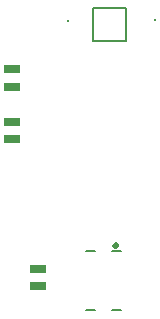
<source format=gbo>
G75*
%MOIN*%
%OFA0B0*%
%FSLAX25Y25*%
%IPPOS*%
%LPD*%
%AMOC8*
5,1,8,0,0,1.08239X$1,22.5*
%
%ADD10R,0.00787X0.00787*%
%ADD11R,0.05512X0.02559*%
%ADD12C,0.00500*%
%ADD13C,0.00800*%
%ADD14C,0.00984*%
D10*
X0067999Y0215154D03*
X0097133Y0215390D03*
D11*
X0049461Y0198939D03*
X0049461Y0193139D03*
X0049489Y0181460D03*
X0049489Y0175660D03*
X0058123Y0132561D03*
X0058123Y0126761D03*
D12*
X0076542Y0208303D02*
X0087566Y0208303D01*
X0087566Y0219327D01*
X0076542Y0219327D01*
X0076542Y0208303D01*
D13*
X0077133Y0118697D02*
X0073983Y0118697D01*
X0082644Y0118697D02*
X0085794Y0118697D01*
X0085794Y0138382D02*
X0082644Y0138382D01*
X0077133Y0138382D02*
X0073983Y0138382D01*
D14*
X0083234Y0140350D02*
X0083236Y0140398D01*
X0083242Y0140446D01*
X0083252Y0140493D01*
X0083265Y0140539D01*
X0083283Y0140584D01*
X0083303Y0140628D01*
X0083328Y0140670D01*
X0083356Y0140709D01*
X0083386Y0140746D01*
X0083420Y0140780D01*
X0083457Y0140812D01*
X0083495Y0140841D01*
X0083536Y0140866D01*
X0083579Y0140888D01*
X0083624Y0140906D01*
X0083670Y0140920D01*
X0083717Y0140931D01*
X0083765Y0140938D01*
X0083813Y0140941D01*
X0083861Y0140940D01*
X0083909Y0140935D01*
X0083957Y0140926D01*
X0084003Y0140914D01*
X0084048Y0140897D01*
X0084092Y0140877D01*
X0084134Y0140854D01*
X0084174Y0140827D01*
X0084212Y0140797D01*
X0084247Y0140764D01*
X0084279Y0140728D01*
X0084309Y0140690D01*
X0084335Y0140649D01*
X0084357Y0140606D01*
X0084377Y0140562D01*
X0084392Y0140517D01*
X0084404Y0140470D01*
X0084412Y0140422D01*
X0084416Y0140374D01*
X0084416Y0140326D01*
X0084412Y0140278D01*
X0084404Y0140230D01*
X0084392Y0140183D01*
X0084377Y0140138D01*
X0084357Y0140094D01*
X0084335Y0140051D01*
X0084309Y0140010D01*
X0084279Y0139972D01*
X0084247Y0139936D01*
X0084212Y0139903D01*
X0084174Y0139873D01*
X0084134Y0139846D01*
X0084092Y0139823D01*
X0084048Y0139803D01*
X0084003Y0139786D01*
X0083957Y0139774D01*
X0083909Y0139765D01*
X0083861Y0139760D01*
X0083813Y0139759D01*
X0083765Y0139762D01*
X0083717Y0139769D01*
X0083670Y0139780D01*
X0083624Y0139794D01*
X0083579Y0139812D01*
X0083536Y0139834D01*
X0083495Y0139859D01*
X0083457Y0139888D01*
X0083420Y0139920D01*
X0083386Y0139954D01*
X0083356Y0139991D01*
X0083328Y0140030D01*
X0083303Y0140072D01*
X0083283Y0140116D01*
X0083265Y0140161D01*
X0083252Y0140207D01*
X0083242Y0140254D01*
X0083236Y0140302D01*
X0083234Y0140350D01*
M02*

</source>
